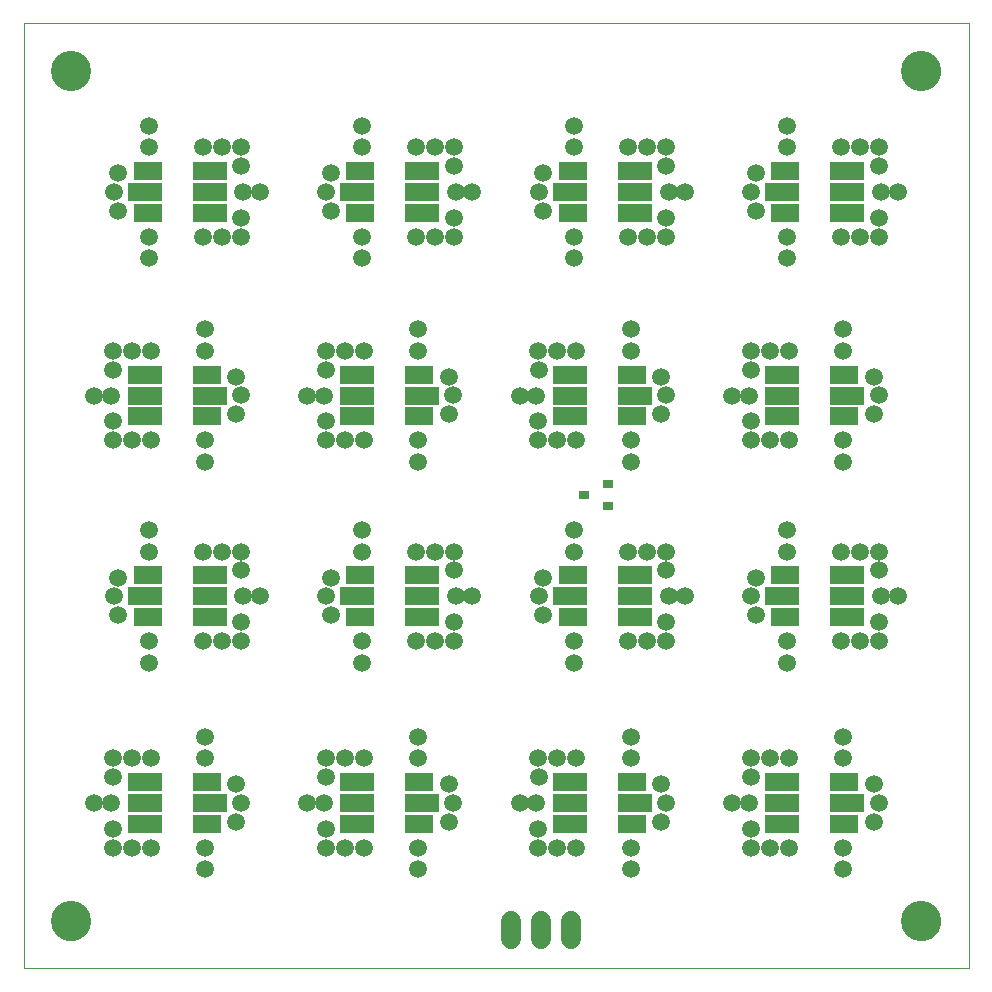
<source format=gbs>
G75*
G70*
%OFA0B0*%
%FSLAX24Y24*%
%IPPOS*%
%LPD*%
%AMOC8*
5,1,8,0,0,1.08239X$1,22.5*
%
%ADD10C,0.0000*%
%ADD11R,0.1143X0.0592*%
%ADD12R,0.0946X0.0592*%
%ADD13C,0.0595*%
%ADD14R,0.0356X0.0316*%
%ADD15C,0.1340*%
%ADD16C,0.0680*%
D10*
X001723Y000125D02*
X001723Y031621D01*
X033219Y031621D01*
X033219Y000125D01*
X001723Y000125D01*
X002668Y001700D02*
X002670Y001750D01*
X002676Y001800D01*
X002686Y001849D01*
X002700Y001897D01*
X002717Y001944D01*
X002738Y001989D01*
X002763Y002033D01*
X002791Y002074D01*
X002823Y002113D01*
X002857Y002150D01*
X002894Y002184D01*
X002934Y002214D01*
X002976Y002241D01*
X003020Y002265D01*
X003066Y002286D01*
X003113Y002302D01*
X003161Y002315D01*
X003211Y002324D01*
X003260Y002329D01*
X003311Y002330D01*
X003361Y002327D01*
X003410Y002320D01*
X003459Y002309D01*
X003507Y002294D01*
X003553Y002276D01*
X003598Y002254D01*
X003641Y002228D01*
X003682Y002199D01*
X003721Y002167D01*
X003757Y002132D01*
X003789Y002094D01*
X003819Y002054D01*
X003846Y002011D01*
X003869Y001967D01*
X003888Y001921D01*
X003904Y001873D01*
X003916Y001824D01*
X003924Y001775D01*
X003928Y001725D01*
X003928Y001675D01*
X003924Y001625D01*
X003916Y001576D01*
X003904Y001527D01*
X003888Y001479D01*
X003869Y001433D01*
X003846Y001389D01*
X003819Y001346D01*
X003789Y001306D01*
X003757Y001268D01*
X003721Y001233D01*
X003682Y001201D01*
X003641Y001172D01*
X003598Y001146D01*
X003553Y001124D01*
X003507Y001106D01*
X003459Y001091D01*
X003410Y001080D01*
X003361Y001073D01*
X003311Y001070D01*
X003260Y001071D01*
X003211Y001076D01*
X003161Y001085D01*
X003113Y001098D01*
X003066Y001114D01*
X003020Y001135D01*
X002976Y001159D01*
X002934Y001186D01*
X002894Y001216D01*
X002857Y001250D01*
X002823Y001287D01*
X002791Y001326D01*
X002763Y001367D01*
X002738Y001411D01*
X002717Y001456D01*
X002700Y001503D01*
X002686Y001551D01*
X002676Y001600D01*
X002670Y001650D01*
X002668Y001700D01*
X031014Y001700D02*
X031016Y001750D01*
X031022Y001800D01*
X031032Y001849D01*
X031046Y001897D01*
X031063Y001944D01*
X031084Y001989D01*
X031109Y002033D01*
X031137Y002074D01*
X031169Y002113D01*
X031203Y002150D01*
X031240Y002184D01*
X031280Y002214D01*
X031322Y002241D01*
X031366Y002265D01*
X031412Y002286D01*
X031459Y002302D01*
X031507Y002315D01*
X031557Y002324D01*
X031606Y002329D01*
X031657Y002330D01*
X031707Y002327D01*
X031756Y002320D01*
X031805Y002309D01*
X031853Y002294D01*
X031899Y002276D01*
X031944Y002254D01*
X031987Y002228D01*
X032028Y002199D01*
X032067Y002167D01*
X032103Y002132D01*
X032135Y002094D01*
X032165Y002054D01*
X032192Y002011D01*
X032215Y001967D01*
X032234Y001921D01*
X032250Y001873D01*
X032262Y001824D01*
X032270Y001775D01*
X032274Y001725D01*
X032274Y001675D01*
X032270Y001625D01*
X032262Y001576D01*
X032250Y001527D01*
X032234Y001479D01*
X032215Y001433D01*
X032192Y001389D01*
X032165Y001346D01*
X032135Y001306D01*
X032103Y001268D01*
X032067Y001233D01*
X032028Y001201D01*
X031987Y001172D01*
X031944Y001146D01*
X031899Y001124D01*
X031853Y001106D01*
X031805Y001091D01*
X031756Y001080D01*
X031707Y001073D01*
X031657Y001070D01*
X031606Y001071D01*
X031557Y001076D01*
X031507Y001085D01*
X031459Y001098D01*
X031412Y001114D01*
X031366Y001135D01*
X031322Y001159D01*
X031280Y001186D01*
X031240Y001216D01*
X031203Y001250D01*
X031169Y001287D01*
X031137Y001326D01*
X031109Y001367D01*
X031084Y001411D01*
X031063Y001456D01*
X031046Y001503D01*
X031032Y001551D01*
X031022Y001600D01*
X031016Y001650D01*
X031014Y001700D01*
X031014Y030046D02*
X031016Y030096D01*
X031022Y030146D01*
X031032Y030195D01*
X031046Y030243D01*
X031063Y030290D01*
X031084Y030335D01*
X031109Y030379D01*
X031137Y030420D01*
X031169Y030459D01*
X031203Y030496D01*
X031240Y030530D01*
X031280Y030560D01*
X031322Y030587D01*
X031366Y030611D01*
X031412Y030632D01*
X031459Y030648D01*
X031507Y030661D01*
X031557Y030670D01*
X031606Y030675D01*
X031657Y030676D01*
X031707Y030673D01*
X031756Y030666D01*
X031805Y030655D01*
X031853Y030640D01*
X031899Y030622D01*
X031944Y030600D01*
X031987Y030574D01*
X032028Y030545D01*
X032067Y030513D01*
X032103Y030478D01*
X032135Y030440D01*
X032165Y030400D01*
X032192Y030357D01*
X032215Y030313D01*
X032234Y030267D01*
X032250Y030219D01*
X032262Y030170D01*
X032270Y030121D01*
X032274Y030071D01*
X032274Y030021D01*
X032270Y029971D01*
X032262Y029922D01*
X032250Y029873D01*
X032234Y029825D01*
X032215Y029779D01*
X032192Y029735D01*
X032165Y029692D01*
X032135Y029652D01*
X032103Y029614D01*
X032067Y029579D01*
X032028Y029547D01*
X031987Y029518D01*
X031944Y029492D01*
X031899Y029470D01*
X031853Y029452D01*
X031805Y029437D01*
X031756Y029426D01*
X031707Y029419D01*
X031657Y029416D01*
X031606Y029417D01*
X031557Y029422D01*
X031507Y029431D01*
X031459Y029444D01*
X031412Y029460D01*
X031366Y029481D01*
X031322Y029505D01*
X031280Y029532D01*
X031240Y029562D01*
X031203Y029596D01*
X031169Y029633D01*
X031137Y029672D01*
X031109Y029713D01*
X031084Y029757D01*
X031063Y029802D01*
X031046Y029849D01*
X031032Y029897D01*
X031022Y029946D01*
X031016Y029996D01*
X031014Y030046D01*
X002668Y030046D02*
X002670Y030096D01*
X002676Y030146D01*
X002686Y030195D01*
X002700Y030243D01*
X002717Y030290D01*
X002738Y030335D01*
X002763Y030379D01*
X002791Y030420D01*
X002823Y030459D01*
X002857Y030496D01*
X002894Y030530D01*
X002934Y030560D01*
X002976Y030587D01*
X003020Y030611D01*
X003066Y030632D01*
X003113Y030648D01*
X003161Y030661D01*
X003211Y030670D01*
X003260Y030675D01*
X003311Y030676D01*
X003361Y030673D01*
X003410Y030666D01*
X003459Y030655D01*
X003507Y030640D01*
X003553Y030622D01*
X003598Y030600D01*
X003641Y030574D01*
X003682Y030545D01*
X003721Y030513D01*
X003757Y030478D01*
X003789Y030440D01*
X003819Y030400D01*
X003846Y030357D01*
X003869Y030313D01*
X003888Y030267D01*
X003904Y030219D01*
X003916Y030170D01*
X003924Y030121D01*
X003928Y030071D01*
X003928Y030021D01*
X003924Y029971D01*
X003916Y029922D01*
X003904Y029873D01*
X003888Y029825D01*
X003869Y029779D01*
X003846Y029735D01*
X003819Y029692D01*
X003789Y029652D01*
X003757Y029614D01*
X003721Y029579D01*
X003682Y029547D01*
X003641Y029518D01*
X003598Y029492D01*
X003553Y029470D01*
X003507Y029452D01*
X003459Y029437D01*
X003410Y029426D01*
X003361Y029419D01*
X003311Y029416D01*
X003260Y029417D01*
X003211Y029422D01*
X003161Y029431D01*
X003113Y029444D01*
X003066Y029460D01*
X003020Y029481D01*
X002976Y029505D01*
X002934Y029532D01*
X002894Y029562D01*
X002857Y029596D01*
X002823Y029633D01*
X002791Y029672D01*
X002763Y029713D01*
X002738Y029757D01*
X002717Y029802D01*
X002700Y029849D01*
X002686Y029897D01*
X002676Y029946D01*
X002670Y029996D01*
X002668Y030046D01*
D11*
X005759Y026011D03*
X007924Y026011D03*
X007924Y025312D03*
X007924Y026710D03*
X012845Y026011D03*
X015011Y026011D03*
X015011Y025312D03*
X015011Y026710D03*
X019932Y026011D03*
X022097Y026011D03*
X022097Y025312D03*
X022097Y026710D03*
X027018Y026011D03*
X029184Y026011D03*
X029184Y025312D03*
X029184Y026710D03*
X027018Y019919D03*
X027018Y019220D03*
X027018Y018521D03*
X029184Y019220D03*
X029184Y013226D03*
X029184Y012527D03*
X029184Y011828D03*
X027018Y012527D03*
X022097Y012527D03*
X022097Y013226D03*
X022097Y011828D03*
X019932Y012527D03*
X015011Y012527D03*
X015011Y013226D03*
X015011Y011828D03*
X012845Y012527D03*
X007924Y012527D03*
X007924Y013226D03*
X007924Y011828D03*
X005759Y012527D03*
X005759Y018521D03*
X005759Y019220D03*
X005759Y019919D03*
X007924Y019220D03*
X012845Y019220D03*
X012845Y019919D03*
X012845Y018521D03*
X015011Y019220D03*
X019932Y019220D03*
X019932Y019919D03*
X019932Y018521D03*
X022097Y019220D03*
X019932Y006336D03*
X019932Y005637D03*
X019932Y004938D03*
X022097Y005637D03*
X027018Y005637D03*
X027018Y004938D03*
X027018Y006336D03*
X029184Y005637D03*
X015011Y005637D03*
X012845Y005637D03*
X012845Y004938D03*
X012845Y006336D03*
X007924Y005637D03*
X005759Y005637D03*
X005759Y004938D03*
X005759Y006336D03*
D12*
X007825Y006336D03*
X007825Y004938D03*
X014912Y004938D03*
X014912Y006336D03*
X012944Y011828D03*
X012944Y013226D03*
X014912Y018521D03*
X014912Y019919D03*
X012944Y025312D03*
X012944Y026710D03*
X020030Y026710D03*
X020030Y025312D03*
X021999Y019919D03*
X021999Y018521D03*
X020030Y013226D03*
X020030Y011828D03*
X021999Y006336D03*
X021999Y004938D03*
X029085Y004938D03*
X029085Y006336D03*
X027117Y011828D03*
X027117Y013226D03*
X029085Y018521D03*
X029085Y019919D03*
X027117Y025312D03*
X027117Y026710D03*
X007825Y019919D03*
X007825Y018521D03*
X005857Y013226D03*
X005857Y011828D03*
X005857Y025312D03*
X005857Y026710D03*
D13*
X005900Y027503D03*
X005900Y028212D03*
X004877Y026637D03*
X004719Y026007D03*
X004877Y025377D03*
X005900Y024511D03*
X005900Y023802D03*
X007711Y024511D03*
X008341Y024511D03*
X008971Y024511D03*
X008967Y025145D03*
X009046Y026011D03*
X009597Y026011D03*
X008971Y026873D03*
X008971Y027503D03*
X008341Y027503D03*
X007711Y027503D03*
X011806Y026007D03*
X011963Y025377D03*
X012987Y024511D03*
X012987Y023802D03*
X014798Y024511D03*
X015428Y024511D03*
X016058Y024511D03*
X016054Y025145D03*
X016133Y026011D03*
X016684Y026011D03*
X016058Y026873D03*
X016058Y027503D03*
X015428Y027503D03*
X014798Y027503D03*
X012987Y027503D03*
X012987Y028212D03*
X011963Y026637D03*
X014869Y021428D03*
X014869Y020720D03*
X015892Y019854D03*
X016050Y019224D03*
X015892Y018594D03*
X014869Y017728D03*
X014869Y017019D03*
X013058Y017728D03*
X012428Y017728D03*
X011798Y017728D03*
X011798Y018357D03*
X011723Y019220D03*
X011172Y019220D03*
X011802Y020086D03*
X011798Y020720D03*
X012428Y020720D03*
X013058Y020720D03*
X008806Y019854D03*
X008963Y019224D03*
X008806Y018594D03*
X007782Y017728D03*
X007782Y017019D03*
X005971Y017728D03*
X005341Y017728D03*
X004711Y017728D03*
X004711Y018357D03*
X004637Y019220D03*
X004085Y019220D03*
X004715Y020086D03*
X004711Y020720D03*
X005341Y020720D03*
X005971Y020720D03*
X007782Y020720D03*
X007782Y021428D03*
X005900Y014728D03*
X005900Y014019D03*
X004877Y013153D03*
X004719Y012523D03*
X004877Y011893D03*
X005900Y011027D03*
X005900Y010318D03*
X007711Y011027D03*
X008341Y011027D03*
X008971Y011027D03*
X008967Y011661D03*
X009046Y012527D03*
X009597Y012527D03*
X008971Y013389D03*
X008971Y014019D03*
X008341Y014019D03*
X007711Y014019D03*
X011806Y012523D03*
X011963Y013153D03*
X012987Y014019D03*
X012987Y014728D03*
X014798Y014019D03*
X015428Y014019D03*
X016058Y014019D03*
X016058Y013389D03*
X016133Y012527D03*
X016684Y012527D03*
X016054Y011661D03*
X016058Y011027D03*
X015428Y011027D03*
X014798Y011027D03*
X012987Y011027D03*
X012987Y010318D03*
X011963Y011893D03*
X014869Y007846D03*
X014869Y007137D03*
X015892Y006271D03*
X016050Y005641D03*
X015892Y005011D03*
X014869Y004145D03*
X014869Y003436D03*
X013058Y004145D03*
X012428Y004145D03*
X011798Y004145D03*
X011798Y004775D03*
X011723Y005637D03*
X011172Y005637D03*
X011802Y006503D03*
X011798Y007137D03*
X012428Y007137D03*
X013058Y007137D03*
X008806Y006271D03*
X008963Y005641D03*
X008806Y005011D03*
X007782Y004145D03*
X007782Y003436D03*
X005971Y004145D03*
X005341Y004145D03*
X004711Y004145D03*
X004711Y004775D03*
X004637Y005637D03*
X004085Y005637D03*
X004715Y006503D03*
X004711Y007137D03*
X005341Y007137D03*
X005971Y007137D03*
X007782Y007137D03*
X007782Y007846D03*
X018259Y005637D03*
X018810Y005637D03*
X018885Y004775D03*
X018885Y004145D03*
X019514Y004145D03*
X020144Y004145D03*
X021955Y004145D03*
X021955Y003436D03*
X022979Y005011D03*
X023137Y005641D03*
X022979Y006271D03*
X021955Y007137D03*
X021955Y007846D03*
X020144Y007137D03*
X019514Y007137D03*
X018885Y007137D03*
X018888Y006503D03*
X020074Y010318D03*
X020074Y011027D03*
X019050Y011893D03*
X018892Y012523D03*
X019050Y013153D03*
X020074Y014019D03*
X020074Y014728D03*
X021885Y014019D03*
X022514Y014019D03*
X023144Y014019D03*
X023144Y013389D03*
X023219Y012527D03*
X023770Y012527D03*
X023140Y011661D03*
X023144Y011027D03*
X022514Y011027D03*
X021885Y011027D03*
X026137Y011893D03*
X025979Y012523D03*
X026137Y013153D03*
X027160Y014019D03*
X027160Y014728D03*
X028971Y014019D03*
X029601Y014019D03*
X030231Y014019D03*
X030231Y013389D03*
X030306Y012527D03*
X030857Y012527D03*
X030227Y011661D03*
X030231Y011027D03*
X029601Y011027D03*
X028971Y011027D03*
X027160Y011027D03*
X027160Y010318D03*
X029042Y007846D03*
X029042Y007137D03*
X030066Y006271D03*
X030223Y005641D03*
X030066Y005011D03*
X029042Y004145D03*
X029042Y003436D03*
X027231Y004145D03*
X026601Y004145D03*
X025971Y004145D03*
X025971Y004775D03*
X025896Y005637D03*
X025345Y005637D03*
X025975Y006503D03*
X025971Y007137D03*
X026601Y007137D03*
X027231Y007137D03*
X029042Y017019D03*
X029042Y017728D03*
X030066Y018594D03*
X030223Y019224D03*
X030066Y019854D03*
X029042Y020720D03*
X029042Y021428D03*
X027231Y020720D03*
X026601Y020720D03*
X025971Y020720D03*
X025975Y020086D03*
X025896Y019220D03*
X025345Y019220D03*
X025971Y018357D03*
X025971Y017728D03*
X026601Y017728D03*
X027231Y017728D03*
X023137Y019224D03*
X022979Y019854D03*
X021955Y020720D03*
X021955Y021428D03*
X020144Y020720D03*
X019514Y020720D03*
X018885Y020720D03*
X018888Y020086D03*
X018810Y019220D03*
X018259Y019220D03*
X018885Y018357D03*
X018885Y017728D03*
X019514Y017728D03*
X020144Y017728D03*
X021955Y017728D03*
X021955Y017019D03*
X022979Y018594D03*
X020074Y023802D03*
X020074Y024511D03*
X019050Y025377D03*
X018892Y026007D03*
X019050Y026637D03*
X020074Y027503D03*
X020074Y028212D03*
X021885Y027503D03*
X022514Y027503D03*
X023144Y027503D03*
X023144Y026873D03*
X023219Y026011D03*
X023770Y026011D03*
X023140Y025145D03*
X023144Y024511D03*
X022514Y024511D03*
X021885Y024511D03*
X026137Y025377D03*
X025979Y026007D03*
X026137Y026637D03*
X027160Y027503D03*
X027160Y028212D03*
X028971Y027503D03*
X029601Y027503D03*
X030231Y027503D03*
X030231Y026873D03*
X030306Y026011D03*
X030857Y026011D03*
X030227Y025145D03*
X030231Y024511D03*
X029601Y024511D03*
X028971Y024511D03*
X027160Y024511D03*
X027160Y023802D03*
D14*
X021192Y016277D03*
X020404Y015903D03*
X021192Y015529D03*
D15*
X031644Y001700D03*
X003298Y001700D03*
X003298Y030046D03*
X031644Y030046D03*
D16*
X019967Y001705D02*
X019967Y001105D01*
X018967Y001105D02*
X018967Y001705D01*
X017967Y001705D02*
X017967Y001105D01*
M02*

</source>
